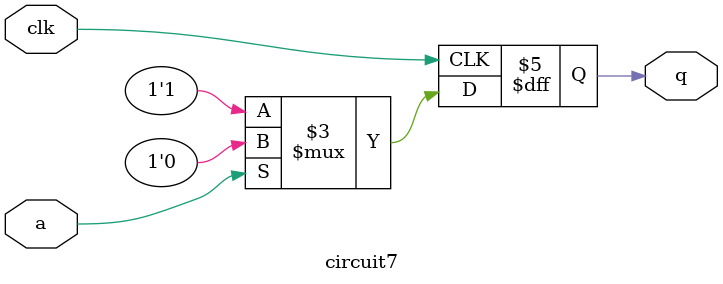
<source format=v>
module circuit7 (
    input       clk,
    input       a,
    output      q
);

    always @ (posedge clk) begin
        if (a)  q <= 0;
        else    q <= 1;
    end
    

endmodule
</source>
